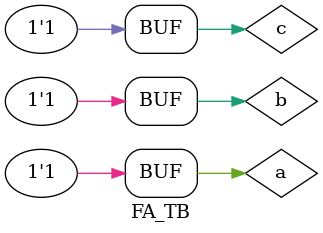
<source format=sv>
module FA(a,b,c,sum,carry);
  input a,b,c;
  output carry,sum;
  wire w1,w2,w3;
  HF h1(a,b,w1,w2);
  HF h2(w1,c,sum,w3);
  or(carry,w2,w3);
endmodule
module HF(a,b,s,c);
  input a,b;
  output s,c;
  assign s=a^b;
  assign c=a&b;
endmodule

//Test Bench
module FA_TB;
  reg a,b,c;
  wire sum,carry;
  FA x1(a,b,c,sum,carry);
  initial
    begin
      a=0;b=0;c=0; #2;
      a=0;b=0;c=1; #2;
      a=0;b=1;c=0; #2;
      a=0;b=1;c=1; #2;
      a=1;b=0;c=0; #2;
      a=1;b=0;c=1; #2;
      a=1;b=1;c=0; #2;
      a=1;b=1;c=1; #2;
      
    end
  initial begin
    $monitor("Sim Time: %t",$time);
  end
  initial begin
    $dumpfile("dump.vcd");
    $dumpvars;
  end
endmodule

</source>
